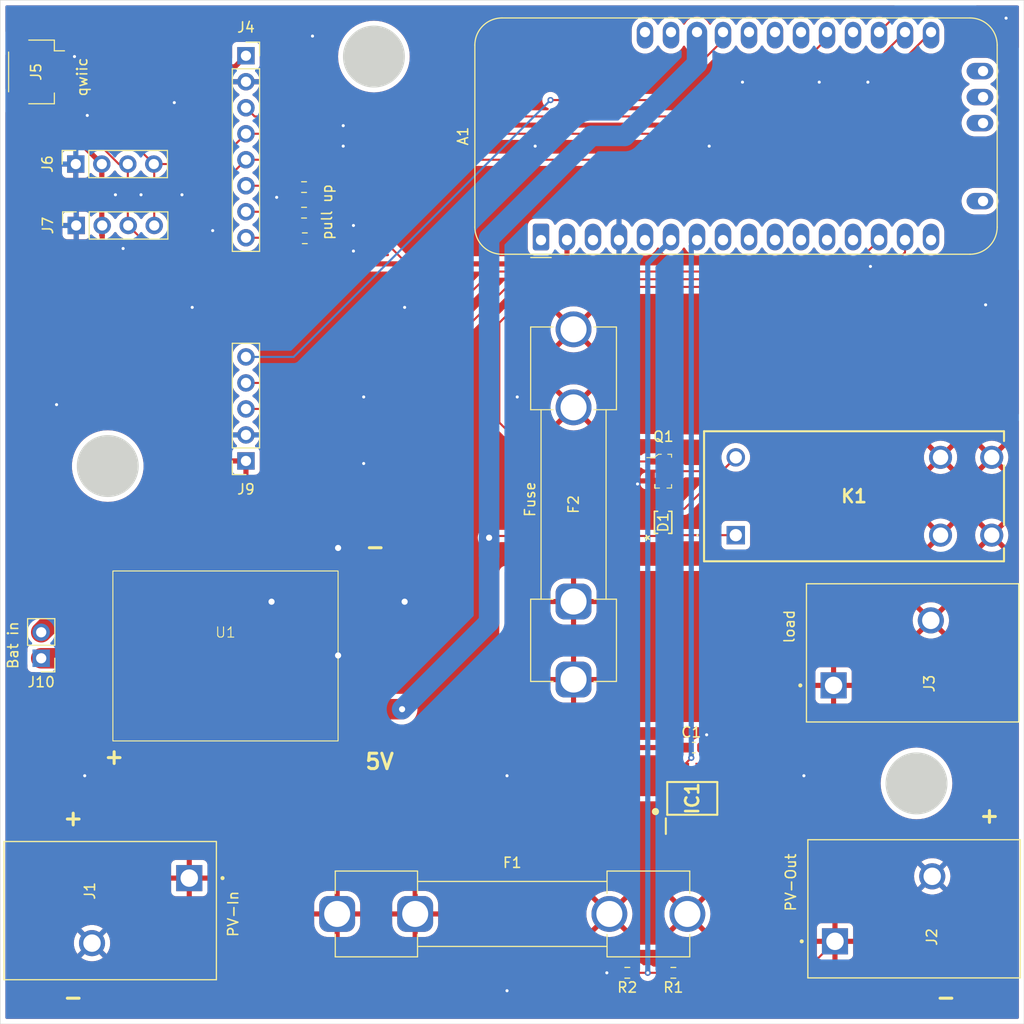
<source format=kicad_pcb>
(kicad_pcb (version 20240108) (generator "pcbnew") (generator_version "8.0")
  (layers (0 "F.Cu" signal) (31 "B.Cu" signal) (34 "B.Paste" user) (35 "F.Paste" user) (36 "B.SilkS" user "B.Silkscreen") (37 "F.SilkS" user "F.Silkscreen") (38 "B.Mask" user) (39 "F.Mask" user) (44 "Edge.Cuts" user))
  (net 0 "")
  (net 4 "/SDA")
  (net 5 "+5V")
  (net 7 "/PPS")
  (net 8 "GND")
  (net 11 "/TX")
  (net 16 "/RelaisPin")
  (net 17 "/SCL")
  (net 18 "/RX")
  (net 20 "/WP")
  (net 23 "/V_meter")
  (net 30 "/A_meter")
  (net 32 "Net-(D1-A)")
  (net 33 "/+ In")
  (net 34 "Net-(IC1-IP+_1)")
  (net 35 "Net-(K1-COM_1)")
  (net 37 "+3.3V")
  (net 38 "Net-(J3-Pin_2)")
  (net 39 "Net-(J10-Pin_2)")
  (net 40 "Net-(J10-Pin_1)")
  (net 41 "Net-(J4-Pin_6)")
  (net 42 "Net-(J4-Pin_7)")
  (net 43 "Net-(J4-Pin_8)")
  (net 44 "/+ Out")
  (net 45 "relais")
  (footprint "digikey-footprints:DCDC" (layer "F.Cu") (at 92.5 116.75)
    (property "Reference" "U1" (at 0 -2.5 0) (layer "F.SilkS") (effects (font (thickness 0.1))))
    (property "Value" "~" (hide yes))
    (fp_rect (start -11 -8.5) (end 11 8.1) (stroke (width 0.1)) (fill none) (layer "F.SilkS"))
    (pad "1" smd roundrect (at -11 -5.5) (size 8 6) (layers "F.Cu" "F.Paste" "F.Mask") (net 39 "Net-(J10-Pin_2)"))
    (pad "2" smd roundrect (at -11 5) (size 8 6) (layers "F.Cu" "F.Paste" "F.Mask") (net 40 "Net-(J10-Pin_1)"))
    (pad "3" smd roundrect (at 11 -5.5) (size 8 6) (layers "F.Cu" "F.Paste" "F.Mask") (net 8 "GND"))
    (pad "4" smd roundrect (at 11 5) (size 8 6) (layers "F.Cu" "F.Paste" "F.Mask") (net 5 "+5V"))
  )
  (footprint "Resistor_SMD:R_0603_1608Metric" (layer "F.Cu") (at 100.175 73.25)
    (property "Reference" "R4" (hide yes))
    (property "Value" "nc" (hide yes))
    (fp_line (start -0.237258 -0.5225) (end 0.237258 -0.5225) (stroke (width 0.12)) (layer "F.SilkS"))
    (fp_line (start -0.237258 0.5225) (end 0.237258 0.5225) (stroke (width 0.12)) (layer "F.SilkS"))
    (pad "1" smd roundrect (at -0.825 0) (size 0.8 0.95) (layers "F.Cu" "F.Paste" "F.Mask") (net 42 "Net-(J4-Pin_7)"))
    (pad "2" smd roundrect (at 0.825 0) (size 0.8 0.95) (layers "F.Cu" "F.Paste" "F.Mask") (net 37 "+3.3V"))
  )
  (footprint "digikey-footprints:DIODE_BAR6303WE6327HTSA1_INF" (layer "F.Cu") (at 135.25 103.5 90)
    (property "Reference" "D1" (at 0 0 90) (layer "F.SilkS"))
    (property "Value" "D" (hide yes))
    (fp_line (start 1.0795 -0.8509) (end -1.0795 -0.8509) (stroke (width 0.1524)) (layer "F.SilkS"))
    (fp_line (start -1.0795 -0.8509) (end -1.0795 -0.53594) (stroke (width 0.1524)) (layer "F.SilkS"))
    (fp_line (start 1.0795 -0.53594) (end 1.0795 -0.8509) (stroke (width 0.1524)) (layer "F.SilkS"))
    (fp_line (start -1.0795 0.53594) (end -1.0795 0.8509) (stroke (width 0.1524)) (layer "F.SilkS"))
    (fp_line (start 1.0795 0.8509) (end 1.0795 0.53594) (stroke (width 0.1524)) (layer "F.SilkS"))
    (fp_line (start -1.0795 0.8509) (end 1.0795 0.8509) (stroke (width 0.1524)) (layer "F.SilkS"))
    (fp_text user "*" (at -1.5 -1.25 90) (layer "F.SilkS"))
    (pad "1" smd rect (at -1.32905 0 90) (size 0.7531 0.4064) (layers "F.Cu" "F.Paste" "F.Mask") (net 5 "+5V"))
    (pad "2" smd rect (at 1.32905 0 90) (size 0.7531 0.4064) (layers "F.Cu" "F.Paste" "F.Mask") (net 32 "Net-(D1-A)"))
  )
  (footprint "digikey-footprints:SOT-23-3" (layer "F.Cu") (at 135.25 98.5)
    (property "Reference" "Q1" (at 0.025 -3.375 0) (layer "F.SilkS"))
    (property "Value" "2N7002" (hide yes))
    (fp_line (start -0.825 -1.375) (end -0.825 -1.325) (stroke (width 0.1)) (layer "F.SilkS"))
    (fp_line (start -0.825 -1.325) (end -1.6 -1.325) (stroke (width 0.1)) (layer "F.SilkS"))
    (fp_line (start -0.825 1.65) (end -0.825 1.3) (stroke (width 0.1)) (layer "F.SilkS"))
    (fp_line (start -0.45 -1.65) (end -0.825 -1.375) (stroke (width 0.1)) (layer "F.SilkS"))
    (fp_line (start -0.35 1.65) (end -0.825 1.65) (stroke (width 0.1)) (layer "F.SilkS"))
    (fp_line (start -0.175 -1.65) (end -0.45 -1.65) (stroke (width 0.1)) (layer "F.SilkS"))
    (fp_line (start 0.45 -1.65) (end 0.825 -1.65) (stroke (width 0.1)) (layer "F.SilkS"))
    (fp_line (start 0.825 -1.65) (end 0.825 -1.35) (stroke (width 0.1)) (layer "F.SilkS"))
    (fp_line (start 0.825 1.35) (end 0.825 1.65) (stroke (width 0.1)) (layer "F.SilkS"))
    (fp_line (start 0.825 1.425) (end 0.825 1.3) (stroke (width 0.1)) (layer "F.SilkS"))
    (fp_line (start 0.825 1.65) (end 0.375 1.65) (stroke (width 0.1)) (layer "F.SilkS"))
    (pad "1" smd rect (at -1.05 -0.95) (size 1.3 0.6) (layers "F.Cu" "F.Paste" "F.Mask") (net 16 "/RelaisPin"))
    (pad "2" smd rect (at -1.05 0.95) (size 1.3 0.6) (layers "F.Cu" "F.Paste" "F.Mask") (net 8 "GND"))
    (pad "3" smd rect (at 1.05 0) (size 1.3 0.6) (layers "F.Cu" "F.Paste" "F.Mask") (net 32 "Net-(D1-A)"))
  )
  (footprint "SamacSys_Parts:SOIC127P600X172-8N" (layer "F.Cu") (at 138.095 130.462 90)
    (property "Reference" "IC1" (at 0 0 90) (layer "F.SilkS") (effects (font (size 1.27 1.27) (thickness 0.254))))
    (property "Value" "CT426-HSN830DR" (hide yes))
    (fp_line (start -3.475 -2.58) (end -1.95 -2.58) (stroke (width 0.2)) (layer "F.SilkS"))
    (fp_line (start 1.6 -2.445) (end 1.6 2.445) (stroke (width 0.2)) (layer "F.SilkS"))
    (fp_line (start -1.6 -2.445) (end 1.6 -2.445) (stroke (width 0.2)) (layer "F.SilkS"))
    (fp_line (start 1.6 2.445) (end -1.6 2.445) (stroke (width 0.2)) (layer "F.SilkS"))
    (fp_line (start -1.6 2.445) (end -1.6 -2.445) (stroke (width 0.2)) (layer "F.SilkS"))
    (pad "1" smd rect (at -2.712 -1.905 180) (size 0.65 1.525) (layers "F.Cu" "F.Paste" "F.Mask") (net 34 "Net-(IC1-IP+_1)"))
    (pad "2" smd rect (at -2.712 -0.635 180) (size 0.65 1.525) (layers "F.Cu" "F.Paste" "F.Mask") (net 34 "Net-(IC1-IP+_1)"))
    (pad "3" smd rect (at -2.712 0.635 180) (size 0.65 1.525) (layers "F.Cu" "F.Paste" "F.Mask") (net 44 "/+ Out"))
    (pad "4" smd rect (at -2.712 1.905 180) (size 0.65 1.525) (layers "F.Cu" "F.Paste" "F.Mask") (net 44 "/+ Out"))
    (pad "5" smd rect (at 2.712 1.905 180) (size 0.65 1.525) (layers "F.Cu" "F.Paste" "F.Mask") (net 8 "GND"))
    (pad "6" smd rect (at 2.712 0.635 180) (size 0.65 1.525) (layers "F.Cu" "F.Paste" "F.Mask"))
    (pad "7" smd rect (at 2.712 -0.635 180) (size 0.65 1.525) (layers "F.Cu" "F.Paste" "F.Mask") (net 30 "/A_meter"))
    (pad "8" smd rect (at 2.712 -1.905 180) (size 0.65 1.525) (layers "F.Cu" "F.Paste" "F.Mask") (net 37 "+3.3V"))
  )
  (footprint "Capacitor_SMD:C_0603_1608Metric" (layer "F.Cu") (at 138.25 125.5 180)
    (property "Reference" "C1" (at 0.25 1.5 180) (layer "F.SilkS"))
    (property "Value" "1uF" (hide yes))
    (fp_line (start -0.14058 0.51) (end 0.14058 0.51) (stroke (width 0.12)) (layer "F.SilkS"))
    (fp_line (start -0.14058 -0.51) (end 0.14058 -0.51) (stroke (width 0.12)) (layer "F.SilkS"))
    (pad "1" smd roundrect (at -0.775 0 180) (size 0.9 0.95) (layers "F.Cu" "F.Paste" "F.Mask") (net 8 "GND"))
    (pad "2" smd roundrect (at 0.775 0 180) (size 0.9 0.95) (layers "F.Cu" "F.Paste" "F.Mask") (net 37 "+3.3V"))
  )
  (footprint "Fuse:Fuseholder_Clip-6.3x32mm_Littelfuse_102_Inline_P34.21x7.62mm_D2.54mm_Horizontal" (layer "F.Cu") (at 103.41 141.75)
    (property "Reference" "F1" (at 17.1 -5 0) (layer "F.SilkS"))
    (property "Value" "Fuse")
    (fp_line (start -0.185 -4.19) (end -0.185 -2) (stroke (width 0.12)) (layer "F.SilkS"))
    (fp_line (start -0.185 4.19) (end -0.185 2) (stroke (width 0.12)) (layer "F.SilkS"))
    (fp_line (start 7.85 -4.19) (end -0.185 -4.19) (stroke (width 0.12)) (layer "F.SilkS"))
    (fp_line (start 7.85 -4.19) (end 7.85 -2) (stroke (width 0.12)) (layer "F.SilkS"))
    (fp_line (start 7.85 4.19) (end -0.185 4.19) (stroke (width 0.12)) (layer "F.SilkS"))
    (fp_line (start 7.85 4.19) (end 7.85 2) (stroke (width 0.12)) (layer "F.SilkS"))
    (fp_line (start 26.36 -4.19) (end 26.36 -2) (stroke (width 0.12)) (layer "F.SilkS"))
    (fp_line (start 26.36 -3.175) (end 7.85 -3.175) (stroke (width 0.12)) (layer "F.SilkS"))
    (fp_line (start 26.36 3.175) (end 7.85 3.175) (stroke (width 0.12)) (layer "F.SilkS"))
    (fp_line (start 26.36 4.19) (end 26.36 2) (stroke (width 0.12)) (layer "F.SilkS"))
    (fp_line (start 26.36 4.19) (end 34.44 4.19) (stroke (width 0.12)) (layer "F.SilkS"))
    (fp_line (start 34.44 -4.19) (end 26.36 -4.19) (stroke (width 0.12)) (layer "F.SilkS"))
    (fp_line (start 34.44 -2) (end 34.44 -4.19) (stroke (width 0.12)) (layer "F.SilkS"))
    (fp_line (start 34.44 2) (end 34.44 4.19) (stroke (width 0.12)) (layer "F.SilkS"))
    (pad "1" thru_hole roundrect (at 0 0) (size 3.5 3.5) (drill 2.54) (layers "*.Cu" "*.Mask") (net 33 "/+ In"))
    (pad "1" thru_hole roundrect (at 7.62 0) (size 3.5 3.5) (drill 2.54) (layers "*.Cu" "*.Mask") (net 33 "/+ In"))
    (pad "2" thru_hole circle (at 26.59 0) (size 3.5 3.5) (drill 2.54) (layers "*.Cu" "*.Mask") (net 34 "Net-(IC1-IP+_1)"))
    (pad "2" thru_hole circle (at 34.21 0) (size 3.5 3.5) (drill 2.54) (layers "*.Cu" "*.Mask") (net 34 "Net-(IC1-IP+_1)"))
  )
  (footprint "Connector_JST:JST_SH_SM04B-SRSS-TB_1x04-1MP_P1.00mm_Horizontal" (layer "F.Cu") (at 74 59.5 -90)
    (property "Reference" "J5" (at 0 0 90) (layer "F.SilkS"))
    (property "Value" "qwiic" (at 0.5 -4.5 90) (layer "F.SilkS"))
    (fp_line (start -1.94 2.685) (end 1.94 2.685) (stroke (width 0.12)) (layer "F.SilkS"))
    (fp_line (start -3.11 0.715) (end -3.11 -1.785) (stroke (width 0.12)) (layer "F.SilkS"))
    (fp_line (start 3.11 0.715) (end 3.11 -1.785) (stroke (width 0.12)) (layer "F.SilkS"))
    (fp_line (start -3.11 -1.785) (end -2.06 -1.785) (stroke (width 0.12)) (layer "F.SilkS"))
    (fp_line (start -2.06 -1.785) (end -2.06 -2.775) (stroke (width 0.12)) (layer "F.SilkS"))
    (fp_line (start 3.11 -1.785) (end 2.06 -1.785) (stroke (width 0.12)) (layer "F.SilkS"))
    (pad "1" smd roundrect (at -1.5 -2 270) (size 0.6 1.55) (layers "F.Cu" "F.Paste" "F.Mask") (net 8 "GND"))
    (pad "2" smd roundrect (at -0.5 -2 270) (size 0.6 1.55) (layers "F.Cu" "F.Paste" "F.Mask") (net 37 "+3.3V"))
    (pad "3" smd roundrect (at 0.5 -2 270) (size 0.6 1.55) (layers "F.Cu" "F.Paste" "F.Mask") (net 4 "/SDA"))
    (pad "4" smd roundrect (at 1.5 -2 270) (size 0.6 1.55) (layers "F.Cu" "F.Paste" "F.Mask") (net 17 "/SCL"))
    (pad "MP" smd roundrect (at -2.8 1.875 270) (size 1.2 1.8) (layers "F.Cu" "F.Paste" "F.Mask") (roundrect_rratio 0.208333))
    (pad "MP" smd roundrect (at 2.8 1.875 270) (size 1.2 1.8) (layers "F.Cu" "F.Paste" "F.Mask") (roundrect_rratio 0.208333))
  )
  (footprint "Connector_PinSocket_2.54mm:PinSocket_1x08_P2.54mm_Vertical" (layer "F.Cu") (at 94.5 57.92)
    (property "Reference" "J4" (at 0 -2.77 0) (layer "F.SilkS"))
    (property "Value" "FRAM")
    (fp_line (start -1.33 1.27) (end -1.33 19.11) (stroke (width 0.12)) (layer "F.SilkS"))
    (fp_line (start -1.33 1.27) (end 1.33 1.27) (stroke (width 0.12)) (layer "F.SilkS"))
    (fp_line (start -1.33 19.11) (end 1.33 19.11) (stroke (width 0.12)) (layer "F.SilkS"))
    (fp_line (start 0 -1.33) (end 1.33 -1.33) (stroke (width 0.12)) (layer "F.SilkS"))
    (fp_line (start 1.33 -1.33) (end 1.33 0) (stroke (width 0.12)) (layer "F.SilkS"))
    (fp_line (start 1.33 1.27) (end 1.33 19.11) (stroke (width 0.12)) (layer "F.SilkS"))
    (pad "1" thru_hole rect (at 0 0) (size 1.7 1.7) (drill 1) (layers "*.Cu" "*.Mask") (net 37 "+3.3V"))
    (pad "2" thru_hole oval (at 0 2.54) (size 1.7 1.7) (drill 1) (layers "*.Cu" "*.Mask") (net 8 "GND"))
    (pad "3" thru_hole oval (at 0 5.08) (size 1.7 1.7) (drill 1) (layers "*.Cu" "*.Mask") (net 20 "/WP"))
    (pad "4" thru_hole oval (at 0 7.62) (size 1.7 1.7) (drill 1) (layers "*.Cu" "*.Mask") (net 17 "/SCL"))
    (pad "5" thru_hole oval (at 0 10.16) (size 1.7 1.7) (drill 1) (layers "*.Cu" "*.Mask") (net 4 "/SDA"))
    (pad "6" thru_hole oval (at 0 12.7) (size 1.7 1.7) (drill 1) (layers "*.Cu" "*.Mask") (net 41 "Net-(J4-Pin_6)"))
    (pad "7" thru_hole oval (at 0 15.24) (size 1.7 1.7) (drill 1) (layers "*.Cu" "*.Mask") (net 42 "Net-(J4-Pin_7)"))
    (pad "8" thru_hole oval (at 0 17.78) (size 1.7 1.7) (drill 1) (layers "*.Cu" "*.Mask") (net 43 "Net-(J4-Pin_8)"))
  )
  (footprint "digikey-footprints:PHOENIX_1017521" (layer "F.Cu") (at 170.1375 148 90)
    (property "Reference" "J2" (at 4 -8.6375 90) (layer "F.SilkS"))
    (property "Value" "PV-Out" (at 9.325 -22.415 90) (layer "F.SilkS"))
    (fp_line (start 13.5 -20.75) (end 13.5 0) (stroke (width 0.127)) (layer "F.SilkS"))
    (fp_line (start 0 -20.75) (end 13.5 -20.75) (stroke (width 0.127)) (layer "F.SilkS"))
    (fp_line (start 13.5 0) (end 0 0) (stroke (width 0.127)) (layer "F.SilkS"))
    (fp_line (start 0 0) (end 0 -20.75) (stroke (width 0.127)) (layer "F.SilkS"))
    (fp_circle (center 3.575 -21.35) (end 3.675 -21.35) (stroke (width 0.2)) (fill none) (layer "F.SilkS"))
    (pad "1" thru_hole rect (at 3.575 -18.1 90) (size 2.55 2.55) (drill 1.7) (layers "*.Cu" "*.Mask") (net 44 "/+ Out"))
    (pad "2" thru_hole circle (at 9.925 -8.6 90) (size 2.55 2.55) (drill 1.7) (layers "*.Cu" "*.Mask") (net 8 "GND"))
  )
  (footprint "Resistor_SMD:R_0603_1608Metric" (layer "F.Cu") (at 136.25 147.5 180)
    (property "Reference" "R1" (at 0 -1.43 180) (layer "F.SilkS"))
    (property "Value" "100k" (hide yes))
    (fp_line (start -0.237258 0.5225) (end 0.237258 0.5225) (stroke (width 0.12)) (layer "F.SilkS"))
    (fp_line (start -0.237258 -0.5225) (end 0.237258 -0.5225) (stroke (width 0.12)) (layer "F.SilkS"))
    (pad "1" smd roundrect (at -0.825 0 180) (size 0.8 0.95) (layers "F.Cu" "F.Paste" "F.Mask") (net 44 "/+ Out"))
    (pad "2" smd roundrect (at 0.825 0 180) (size 0.8 0.95) (layers "F.Cu" "F.Paste" "F.Mask") (net 23 "/V_meter"))
  )
  (footprint "Fuse:Fuseholder_Clip-6.3x32mm_Littelfuse_102_Inline_P34.21x7.62mm_D2.54mm_Horizontal" (layer "F.Cu") (at 126.5 118.855 90)
    (property "Reference" "F2" (at 17.105 0 90) (layer "F.SilkS"))
    (property "Value" "Fuse" (at 17.605 -4.25 90) (layer "F.SilkS"))
    (fp_line (start 34.44 -4.19) (end 26.36 -4.19) (stroke (width 0.12)) (layer "F.SilkS"))
    (fp_line (start 26.36 -4.19) (end 26.36 -2) (stroke (width 0.12)) (layer "F.SilkS"))
    (fp_line (start 7.85 -4.19) (end -0.185 -4.19) (stroke (width 0.12)) (layer "F.SilkS"))
    (fp_line (start 7.85 -4.19) (end 7.85 -2) (stroke (width 0.12)) (layer "F.SilkS"))
    (fp_line (start -0.185 -4.19) (end -0.185 -2) (stroke (width 0.12)) (layer "F.SilkS"))
    (fp_line (start 26.36 -3.175) (end 7.85 -3.175) (stroke (width 0.12)) (layer "F.SilkS"))
    (fp_line (start 34.44 -2) (end 34.44 -4.19) (stroke (width 0.12)) (layer "F.SilkS"))
    (fp_line (start 34.44 2) (end 34.44 4.19) (stroke (width 0.12)) (layer "F.SilkS"))
    (fp_line (start 26.36 3.175) (end 7.85 3.175) (stroke (width 0.12)) (layer "F.SilkS"))
    (fp_line (start 26.36 4.19) (end 26.36 2) (stroke (width 0.12)) (layer "F.SilkS"))
    (fp_line (start 26.36 4.19) (end 34.44 4.19) (stroke (width 0.12)) (layer "F.SilkS"))
    (fp_line (start 7.85 4.19) (end 7.85 2) (stroke (width 0.12)) (layer "F.SilkS"))
    (fp_line (start 7.85 4.19) (end -0.185 4.19) (stroke (width 0.12)) (layer "F.SilkS"))
    (fp_line (start -0.185 4.19) (end -0.185 2) (stroke (width 0.12)) (layer "F.SilkS"))
    (pad "1" thru_hole roundrect (at 0 0 90) (size 3.5 3.5) (drill 2.54) (layers "*.Cu" "*.Mask") (net 45 "relais"))
    (pad "1" thru_hole roundrect (at 7.62 0 90) (size 3.5 3.5) (drill 2.54) (layers "*.Cu" "*.Mask") (net 45 "relais"))
    (pad "2" thru_hole circle (at 26.59 0 90) (size 3.5 3.5) (drill 2.54) (layers "*.Cu" "*.Mask") (net 35 "Net-(K1-COM_1)"))
    (pad "2" thru_hole circle (at 34.21 0 90) (size 3.5 3.5) (drill 2.54) (layers "*.Cu" "*.Mask") (net 35 "Net-(K1-COM_1)"))
  )
  (footprint "Resistor_SMD:R_0603_1608Metric" (layer "F.Cu") (at 100.175 70.75)
    (property "Reference" "R3" (hide yes))
    (property "Value" "nc" (hide yes))
    (fp_line (start -0.237258 -0.5225) (end 0.237258 -0.5225) (stroke (width 0.12)) (layer "F.SilkS"))
    (fp_line (start -0.237258 0.5225) (end 0.237258 0.5225) (stroke (width 0.12)) (layer "F.SilkS"))
    (pad "1" smd roundrect (at -0.825 0) (size 0.8 0.95) (layers "F.Cu" "F.Paste" "F.Mask") (net 41 "Net-(J4-Pin_6)"))
    (pad "2" smd roundrect (at 0.825 0) (size 0.8 0.95) (layers "F.Cu" "F.Paste" "F.Mask") (net 37 "+3.3V"))
  )
  (footprint "Connector_PinSocket_2.54mm:PinSocket_1x04_P2.54mm_Vertical" (layer "F.Cu") (at 77.88 68.5 90)
    (property "Reference" "J6" (at 0 -2.77 90) (layer "F.SilkS"))
    (property "Value" "Temp1")
    (fp_line (start 1.33 -1.33) (end 1.33 0) (stroke (width 0.12)) (layer "F.SilkS"))
    (fp_line (start 0 -1.33) (end 1.33 -1.33) (stroke (width 0.12)) (layer "F.SilkS"))
    (fp_line (start 1.33 1.27) (end 1.33 8.95) (stroke (width 0.12)) (layer "F.SilkS"))
    (fp_line (start -1.33 1.27) (end 1.33 1.27) (stroke (width 0.12)) (layer "F.SilkS"))
    (fp_line (start -1.33 1.27) (end -1.33 8.95) (stroke (width 0.12)) (layer "F.SilkS"))
    (fp_line (start -1.33 8.95) (end 1.33 8.95) (stroke (width 0.12)) (layer "F.SilkS"))
    (pad "1" thru_hole rect (at 0 0 90) (size 1.7 1.7) (drill 1) (layers "*.Cu" "*.Mask") (net 8 "GND"))
    (pad "2" thru_hole oval (at 0 2.54 90) (size 1.7 1.7) (drill 1) (layers "*.Cu" "*.Mask") (net 37 "+3.3V"))
    (pad "3" thru_hole oval (at 0 5.08 90) (size 1.7 1.7) (drill 1) (layers "*.Cu" "*.Mask") (net 4 "/SDA"))
    (pad "4" thru_hole oval (at 0 7.62 90) (size 1.7 1.7) (drill 1) (layers "*.Cu" "*.Mask") (net 17 "/SCL"))
  )
  (footprint "SamacSys_Parts:AZ5761A12DE" (layer "F.Cu") (at 142.34765 104.75)
    (property "Reference" "K1" (at 11.55 -3.8 0) (layer "F.SilkS") (effects (font (size 1.27 1.27) (thickness 0.254))))
    (property "Value" "AZ576-1A-12DE" (hide yes))
    (fp_line (start -3.8 0) (end -3.8 0) (stroke (width 0.1)) (layer "F.SilkS"))
    (fp_line (start -3.7 0) (end -3.7 0) (stroke (width 0.1)) (layer "F.SilkS"))
    (fp_line (start -3.1 -10.15) (end 26.2 -10.15) (stroke (width 0.2)) (layer "F.SilkS"))
    (fp_line (start -3.1 2.55) (end -3.1 -10.15) (stroke (width 0.2)) (layer "F.SilkS"))
    (fp_line (start 26.2 -10.15) (end 26.2 -9.197) (stroke (width 0.2)) (layer "F.SilkS"))
    (fp_line (start 26.2 -6.8) (end 26.2 -1) (stroke (width 0.2)) (layer "F.SilkS"))
    (fp_line (start 26.2 1.28) (end 26.2 2.55) (stroke (width 0.2)) (layer "F.SilkS"))
    (fp_line (start 26.2 2.55) (end -3.1 2.55) (stroke (width 0.2)) (layer "F.SilkS"))
    (fp_arc (start -3.8 0) (mid -3.75 -0.05) (end -3.7 0) (stroke (width 0.1)) (layer "F.SilkS"))
    (fp_arc (start -3.7 0) (mid -3.75 0.05) (end -3.8 0) (stroke (width 0.1)) (layer "F.SilkS"))
    (pad "1" thru_hole rect (at 0 0) (size 1.8 1.8) (drill 1.2) (layers "*.Cu" "*.Mask") (net 5 "+5V"))
    (pad "2" thru_hole circle (at 0 -7.6) (size 1.8 1.8) (drill 1.2) (layers "*.Cu" "*.Mask") (net 32 "Net-(D1-A)"))
    (pad "4" thru_hole circle (at 20 -7.6) (size 2.25 2.25) (drill 1.5) (layers "*.Cu" "*.Mask") (net 35 "Net-(K1-COM_1)"))
    (pad "5" thru_hole circle (at 25 -7.6) (size 2.25 2.25) (drill 1.5) (layers "*.Cu" "*.Mask") (net 38 "Net-(J3-Pin_2)"))
    (pad "7" thru_hole circle (at 20 0) (size 2.25 2.25) (drill 1.5) (layers "*.Cu" "*.Mask") (net 35 "Net-(K1-COM_1)"))
    (pad "8" thru_hole circle (at 25 0) (size 2.25 2.25) (drill 1.5) (layers "*.Cu" "*.Mask") (net 38 "Net-(J3-Pin_2)"))
  )
  (footprint "Connector_PinHeader_2.54mm:PinHeader_1x02_P2.54mm_Vertical" (layer "F.Cu") (at 74.5 116.775 180)
    (property "Reference" "J10" (at 0 -2.33 0) (layer "F.SilkS"))
    (property "Value" "Bat in" (at 2.75 1.275 90) (layer "F.SilkS"))
    (fp_line (start 1.33 1.27) (end 1.33 3.87) (stroke (width 0.12)) (layer "F.SilkS"))
    (fp_line (start -1.33 3.87) (end 1.33 3.87) (stroke (width 0.12)) (layer "F.SilkS"))
    (fp_line (start -1.33 1.27) (end 1.33 1.27) (stroke (width 0.12)) (layer "F.SilkS"))
    (fp_line (start -1.33 1.27) (end -1.33 3.87) (stroke (width 0.12)) (layer "F.SilkS"))
    (fp_line (start -1.33 0) (end -1.33 -1.33) (stroke (width 0.12)) (layer "F.SilkS"))
    (fp_line (start -1.33 -1.33) (end 0 -1.33) (stroke (width 0.12)) (layer "F.SilkS"))
    (pad "1" thru_hole rect (at 0 0 180) (size 1.7 1.7) (drill 1) (layers "*.Cu" "*.Mask") (net 40 "Net-(J10-Pin_1)"))
    (pad "2" thru_hole oval (at 0 2.54 180) (size 1.7 1.7) (drill 1) (layers "*.Cu" "*.Mask") (net 39 "Net-(J10-Pin_2)"))
  )
  (footprint "Resistor_SMD:R_0603_1608Metric" (layer "F.Cu") (at 131.75 147.5 180)
    (property "Reference" "R2" (at 0 -1.43 180) (layer "F.SilkS"))
    (property "Value" "8,33k" (hide yes))
    (fp_line (start -0.237258 0.5225) (end 0.237258 0.5225) (stroke (width 0.12)) (layer "F.SilkS"))
    (fp_line (start -0.237258 -0.5225) (end 0.237258 -0.5225) (stroke (width 0.12)) (layer "F.SilkS"))
    (pad "1" smd roundrect (at -0.825 0 180) (size 0.8 0.95) (layers "F.Cu" "F.Paste" "F.Mask") (net 23 "/V_meter"))
    (pad "2" smd roundrect (at 0.825 0 180) (size 0.8 0.95) (layers "F.Cu" "F.Paste" "F.Mask") (net 8 "GND"))
  )
  (footprint "digikey-footprints:PHOENIX_1017521" (layer "F.Cu") (at 170 123 90)
    (property "Reference" "J3" (at 3.75 -8.75 90) (layer "F.SilkS"))
    (property "Value" "load" (at 9.325 -22.415 90) (layer "F.SilkS"))
    (fp_line (start 13.5 -20.75) (end 13.5 0) (stroke (width 0.127)) (layer "F.SilkS"))
    (fp_line (start 0 -20.75) (end 13.5 -20.75) (stroke (width 0.127)) (layer "F.SilkS"))
    (fp_line (start 13.5 0) (end 0 0) (stroke (width 0.127)) (layer "F.SilkS"))
    (fp_line (start 0 0) (end 0 -20.75) (stroke (width 0.127)) (layer "F.SilkS"))
    (fp_circle (center 3.575 -21.35) (end 3.675 -21.35) (stroke (width 0.2)) (fill none) (layer "F.SilkS"))
    (pad "1" thru_hole rect (at 3.575 -18.1 90) (size 2.55 2.55) (drill 1.7) (layers "*.Cu" "*.Mask") (net 45 "relais"))
    (pad "2" thru_hole circle (at 9.925 -8.6 90) (size 2.55 2.55) (drill 1.7) (layers "*.Cu" "*.Mask") (net 38 "Net-(J3-Pin_2)"))
  )
  (footprint "Connector_PinSocket_2.54mm:PinSocket_1x04_P2.54mm_Vertical" (layer "F.Cu") (at 77.92 74.5 90)
    (property "Reference" "J7" (at 0 -2.77 90) (layer "F.SilkS"))
    (property "Value" "Temp2")
    (fp_line (start 1.33 -1.33) (end 1.33 0) (stroke (width 0.12)) (layer "F.SilkS"))
    (fp_line (start 0 -1.33) (end 1.33 -1.33) (stroke (width 0.12)) (layer "F.SilkS"))
    (fp_line (start 1.33 1.27) (end 1.33 8.95) (stroke (width 0.12)) (layer "F.SilkS"))
    (fp_line (start -1.33 1.27) (end 1.33 1.27) (stroke (width 0.12)) (layer "F.SilkS"))
    (fp_line (start -1.33 1.27) (end -1.33 8.95) (stroke (width 0.12)) (layer "F.SilkS"))
    (fp_line (start -1.33 8.95) (end 1.33 8.95) (stroke (width 0.12)) (layer "F.SilkS"))
    (pad "1" thru_hole rect (at 0 0 90) (size 1.7 1.7) (drill 1) (layers "*.Cu" "*.Mask") (net 8 "GND"))
    (pad "2" thru_hole oval (at 0 2.54 90) (size 1.7 1.7) (drill 1) (layers "*.Cu" "*.Mask") (net 37 "+3.3V"))
    (pad "3" thru_hole oval (at 0 5.08 90) (size 1.7 1.7) (drill 1) (layers "*.Cu" "*.Mask") (net 4 "/SDA"))
    (pad "4" thru_hole oval (at 0 7.62 90) (size 1.7 1.7) (drill 1) (layers "*.Cu" "*.Mask") (net 17 "/SCL"))
  )
  (footprint "Resistor_SMD:R_0603_1608Metric" (layer "F.Cu") (at 100.25 75.75)
    (property "Reference" "R5" (hide yes))
    (property "Value" "nc" (hide yes))
    (fp_line (start -0.237258 -0.5225) (end 0.237258 -0.5225) (stroke (width 0.12)) (layer "F.SilkS"))
    (fp_line (start -0.237258 0.5225) (end 0.237258 0.5225) (stroke (width 0.12)) (layer "F.SilkS"))
    (pad "1" smd roundrect (at -0.825 0) (size 0.8 0.95) (layers "F.Cu" "F.Paste" "F.Mask") (net 43 "Net-(J4-Pin_8)"))
    (pad "2" smd roundrect (at 0.825 0) (size 0.8 0.95) (layers "F.Cu" "F.Paste" "F.Mask") (net 37 "+3.3V"))
  )
  (footprint "Module:Adafruit_Feather_M0_RFM" (layer "F.Cu") (at 123.32 75.93 90)
    (property "Reference" "A1" (at 10.16 -7.62 90) (layer "F.SilkS"))
    (property "Value" "Adafruit_Feather_M0_RFM9x_LoRa_Radio" (hide yes))
    (fp_line (start 19.05 -6.46) (end 1.27 -6.46) (stroke (width 0.12)) (layer "F.SilkS"))
    (fp_line (start 21.7 -3.81) (end 21.7 41.91) (stroke (width 0.12)) (layer "F.SilkS"))
    (fp_line (start -1.38 -3.81) (end -1.38 41.91) (stroke (width 0.12)) (layer "F.SilkS"))
    (fp_line (start -1.7 1) (end -1.7 -1) (stroke (width 0.12)) (layer "F.SilkS"))
    (fp_line (start 19.05 44.56) (end 1.27 44.56) (stroke (width 0.12)) (layer "F.SilkS"))
    (fp_arc (start 19.05 -6.46) (mid 20.923833 -5.683833) (end 21.7 -3.81) (stroke (width 0.12)) (layer "F.SilkS"))
    (fp_arc (start -1.38 -3.81) (mid -0.603833 -5.683833) (end 1.27 -6.46) (stroke (width 0.12)) (layer "F.SilkS"))
    (fp_arc (start 21.7 41.91) (mid 20.923833 43.783833) (end 19.05 44.56) (stroke (width 0.12)) (layer "F.SilkS"))
    (fp_arc (start 1.27 44.56) (mid -0.603833 43.783833) (end -1.38 41.91) (stroke (width 0.12)) (layer "F.SilkS"))
    (pad "1" thru_hole roundrect (at 0 0 90) (size 2.6 1.6) (drill 1 (offset 0.3 0)) (layers "*.Cu" "*.Mask") (roundrect_rratio 0.15625))
    (pad "2" thru_hole oval (at 0 2.54 90) (size 2.6 1.6) (drill 1 (offset 0.3 0)) (layers "*.Cu" "*.Mask") (net 37 "+3.3V"))
    (pad "3" thru_hole oval (at 0 5.08 90) (size 2.6 1.6) (drill 1 (offset 0.3 0)) (layers "*.Cu" "*.Mask"))
    (pad "4" thru_hole oval (at 0 7.62 90) (size 2.6 1.6) (drill 1 (offset 0.3 0)) (layers "*.Cu" "*.Mask") (net 8 "GND"))
    (pad "5" thru_hole oval (at 0 10.16 90) (size 2.6 1.6) (drill 1 (offset 0.3 0)) (layers "*.Cu" "*.Mask"))
    (pad "6" thru_hole oval (at 0 12.7 90) (size 2.6 1.6) (drill 1 (offset 0.3 0)) (layers "*.Cu" "*.Mask") (net 23 "/V_meter"))
    (pad "7" thru_hole oval (at 0 15.24 90) (size 2.6 1.6) (drill 1 (offset 0.3 0)) (layers "*.Cu" "*.Mask") (net 30 "/A_meter"))
    (pad "8" thru_hole oval (at 0 17.78 90) (size 2.6 1.6) (drill 1 (offset 0.3 0)) (layers "*.Cu" "*.Mask"))
    (pad "9" thru_hole oval (at 0 20.32 90) (size 2.6 1.6) (drill 1 (offset 0.3 0)) (layers "*.Cu" "*.Mask"))
    (pad "10" thru_hole oval (at 0 22.86 90) (size 2.6 1.6) (drill 1 (offset 0.3 0)) (layers "*.Cu" "*.Mask"))
    (pad "11" thru_hole oval (at 0 25.4 90) (size 2.6 1.6) (drill 1 (offset 0.3 0)) (layers "*.Cu" "*.Mask"))
    (pad "12" thru_hole oval (at 0 27.94 90) (size 2.6 1.6) (drill 1 (offset 0.3 0)) (layers "*.Cu" "*.Mask"))
    (pad "13" thru_hole oval (at 0 30.48 90) (size 2.6 1.6) (drill 1 (offset 0.3 0)) (layers "*.Cu" "*.Mask"))
    (pad "14" thru_hole oval (at 0 33.02 90) (size 2.6 1.6) (drill 1 (offset 0.3 0)) (layers "*.Cu" "*.Mask") (net 11 "/TX"))
    (pad "15" thru_hole oval (at 0 35.56 90) (size 2.6 1.6) (drill 1 (offset 0.3 0)) (layers "*.Cu" "*.Mask") (net 18 "/RX"))
    (pad "16" thru_hole oval (at 0 38.1 90) (size 2.6 1.6) (drill 1 (offset 0.3 0)) (layers "*.Cu" "*.Mask"))
    (pad "17" thru_hole oval (at 20.32 38.1 270) (size 2.6 1.6) (drill 1 (offset 0.3 0)) (layers "*.Cu" "*.Mask") (net 4 "/SDA"))
    (pad "18" thru_hole oval (at 20.32 35.56 270) (size 2.6 1.6) (drill 1 (offset 0.3 0)) (layers "*.Cu" "*.Mask") (net 17 "/SCL"))
    (pad "19" thru_hole oval (at 20.32 33.02 270) (size 2.6 1.6) (drill 1 (offset 0.3 0)) (layers "*.Cu" "*.Mask") (net 16 "/RelaisPin"))
    (pad "20" thru_hole oval (at 20.32 30.48 270) (size 2.6 1.6) (drill 1 (offset 0.3 0)) (layers "*.Cu" "*.Mask"))
    (pad "21" thru_hole oval (at 20.32 27.94 270) (size 2.6 1.6) (drill 1 (offset 0.3 0)) (layers "*.Cu" "*.Mask") (net 20 "/WP"))
    (pad "22" thru_hole oval (at 20.32 25.4 270) (size 2.6 1.6) (drill 1 (offset 0.3 0)) (layers "*.Cu" "*.Mask"))
    (pad "23" thru_hole oval (at 20.32 22.86 270) (size 2.6 1.6) (drill 1 (offset 0.3 0)) (layers "*.Cu" "*.Mask"))
    (pad "24" thru_hole oval (at 20.32 20.32 270) (size 2.6 1.6) (drill 1 (offset 0.3 0)) (layers "*.Cu" "*.Mask"))
    (pad "25" thru_hole oval (at 20.32 17.78 270) (size 2.6 1.6) (drill 1 (offset 0.3 0)) (layers "*.Cu" "*.Mask") (net 7 "/PPS"))
    (pad "26" thru_hole oval (at 20.32 15.24 270) (size 2.6 1.6) (drill 1 (offset 0.3 0)) (layers "*.Cu" "*.Mask") (net 5 "+5V"))
    (pad "27" thru_hole oval (at 20.32 12.7 270) (size 2.6 1.6) (drill 1 (offset 0.3 0)) (layers "*.Cu" "*.Mask"))
    (pad "28" thru_hole oval (at 20.32 10.16 270) (size 2.6 1.6) (drill 1 (offset 0.3 0)) (layers "*.Cu" "*.Mask"))
    (pad "29" thru_hole oval (at 3.81 43.18 180) (size 2.6 1.6) (drill 1 (offset 0.3 0)) (layers "*.Cu" "*.Mask"))
    (pad "30" thru_hole oval (at 11.43 43.18 180) (size 2.6 1.6) (drill 1 (offset 0.3 0)) (layers "*.Cu" "*.Mask"))
    (pad "31" thru_hole oval (at 13.97 43.18 180) (size 2.6 1.6) (drill 1 (offset 0.3 0)) (layers "*.Cu" "*.Mask"))
    (pad "32" thru_hole oval (at 16.51 43.18 180) (size 2.6 1.6) (drill 1 (offset 0.3 0)) (layers "*.Cu" "*.Mask"))
  )
  (footprint "digikey-footprints:PHOENIX_1017521" (layer "F.Cu") (at 70.8625 134.675 -90)
    (property "Reference" "J1" (at 4.825 -8.3875 90) (layer "F.SilkS"))
    (property "Value" "PV-In" (at 7.075 -22.3875 90) (layer "F.SilkS"))
    (fp_line (start 0 0) (end 0 -20.75) (stroke (width 0.127)) (layer "F.SilkS"))
    (fp_line (start 13.5 0) (end 0 0) (stroke (width 0.127)) (layer "F.SilkS"))
    (fp_line (start 0 -20.75) (end 13.5 -20.75) (stroke (width 0.127)) (layer "F.SilkS"))
    (fp_line (start 13.5 -20.75) (end 13.5 0) (stroke (width 0.127)) (layer "F.SilkS"))
    (fp_circle (center 3.575 -21.35) (end 3.675 -21.35) (stroke (width 0.2)) (fill none) (layer "F.SilkS"))
    (pad "1" thru_hole rect (at 3.575 -18.1 270) (size 2.55 2.55) (drill 1.7) (layers "*.Cu" "*.Mask") (net 33 "/+ In"))
    (pad "2" thru_hole circle (at 9.925 -8.6 270) (size 2.55 2.55) (drill 1.7) (layers "*.Cu" "*.Mask") (net 8 "GND"))
  )
  (footprint "Connector_PinSocket_2.54mm:PinSocket_1x05_P2.54mm_Vertical" (layer "F.Cu") (at 94.5 97.5 180)
    (property "Reference" "J9" (at 0 -2.77 0) (layer "F.SilkS"))
    (property "Value" "GPS")
    (fp_line (start 1.33 1.27) (end 1.33 11.49) (stroke (width 0.12)) (layer "F.SilkS"))
    (fp_line (start 1.33 -1.33) (end 1.33 0) (stroke (width 0.12)) (layer "F.SilkS"))
    (fp_line (start 0 -1.33) (end 1.33 -1.33) (stroke (width 0.12)) (layer "F.SilkS"))
    (fp_line (start -1.33 11.49) (end 1.33 11.49) (stroke (width 0.12)) (layer "F.SilkS"))
    (fp_line (start -1.33 1.27) (end 1.33 1.27) (stroke (width 0.12)) (layer "F.SilkS"))
    (fp_line (start -1.33 1.27) (end -1.33 11.49) (stroke (width 0.12)) (layer "F.SilkS"))
    (pad "1" thru_hole rect (at 0 0 180) (size 1.7 1.7) (drill 1) (layers "*.Cu" "*.Mask") (net 37 "+3.3V"))
    (pad "2" thru_hole oval (at 0 2.54 180) (size 1.7 1.7) (drill 1) (layers "*.Cu" "*.Mask") (net 8 "GND"))
    (pad "3" thru_hole oval (at 0 5.08 180) (size 1.7 1.7) (drill 1) (layers "*.Cu" "*.Mask") (net 18 "/RX"))
    (pad "4" thru_hole oval (at 0 7.62 180) (size 1.7 1.7) (drill 1) (layers "*.Cu" "*.Mask") (net 11 "/TX"))
    (pad "5" thru_hole oval (at 0 10.16 180) (size 1.7 1.7) (drill 1) (layers "*.Cu" "*.Mask") (net 7 "/PPS"))
  )
  (gr_circle (center 134.5 131.75) (end 134.75 131.75) (stroke (width 0.2)) (fill solid) (layer "F.SilkS"))
  (gr_circle (center 107 58) (end 110 58) (stroke (width 0.05)) (fill solid) (layer "Edge.Cuts"))
  (gr_circle (center 160 129) (end 163 129) (stroke (width 0.05)) (fill solid) (layer "Edge.Cuts"))
  (gr_circle (center 81 98) (end 84 98) (stroke (width 0.05)) (fill solid) (layer "Edge.Cuts"))
  (gr_rect (start 70.5 52.5) (end 170.5 152.5) (stroke (width 0.05)) (fill none) (layer "Edge.Cuts"))
  (gr_text "-" (at 81.5 106.5 0) (layer "F.Cu") (effects (font (size 1.5 1.5) (thickness 0.3) (bold yes)) (justify left bottom)))
  (gr_text "-" (at 161.75 150.75 0) (layer "F.SilkS") (effects (font (size 1.5 1.5) (thickness 0.3) (bold yes)) (justify left bottom)))
  (gr_text "-" (at 76.5 150.75 0) (layer "F.SilkS") (effects (font (size 1.5 1.5) (thickness 0.3) (bold yes)) (justify left bottom)))
  (gr_text "pull up" (at 103 76 90) (layer "F.SilkS") (effects (font (size 1 1)) (justify left bottom)))
  (gr_text "+" (at 80.5 127.25 0) (layer "F.SilkS") (effects (font (size 1.5 1.5) (thickness 0.3) (bold yes)) (justify left bottom)))
  (gr_text "+" (at 166 133 0) (layer "F.SilkS") (effects (font (size 1.5 1.5) (thickness 0.3) (bold yes)) (justify left bottom)))
  (gr_text "-" (at 106 106.75 0) (layer "F.SilkS") (effects (font (size 1.5 1.5) (thickness 0.3) (bold yes)) (justify left bottom)))
  (gr_text "5V" (at 106 127.75 0) (layer "F.SilkS") (effects (font (size 1.5 1.5) (thickness 0.3) (bold yes)) (justify left bottom)))
  (gr_text "+" (at 76.5 133.25 0) (layer "F.SilkS") (effects (font (size 1.5 1.5) (thickness 0.3) (bold yes)) (justify left bottom)))
  (segment (start 82.96 68.5) (end 82.96 74.46) (width 0.2) (layer "F.Cu") (net 4))
  (segment (start 75.25 60) (end 76 60) (width 0.2) (layer "F.Cu") (net 4))
  (segment (start 82.96 74.46) (end 83 74.5) (width 0.2) (layer "F.Cu") (net 4))
  (segment (start 82.084448 68.5) (end 74.75 61.165552) (width 0.2) (layer "F.Cu") (net 4))
  (segment (start 74.75 60.5) (end 75.25 60) (width 0.2) (layer "F.Cu") (net 4))
  (segment (start 94.5 68.08) (end 148.95 68.08) (width 0.2) (layer "F.Cu") (net 4))
  (segment (start 148.95 68.08) (end 161.42 55.61) (width 0.2) (layer "F.Cu") (net 4))
  (segment (start 83 74.5) (end 85 76.5) (width 0.2) (layer "F.Cu") (net 4))
  (segment (start 82.96 68.5) (end 82.084448 68.5) (width 0.2) (layer "F.Cu") (net 4))
  (segment (start 74.75 61.165552) (end 74.75 60.5) (width 0.2) (layer "F.Cu") (net 4))
  (segment (start 85 76.5) (end 86.08 76.5) (width 0.2) (layer "F.Cu") (net 4))
  (segment (start 94.5 68.08) (end 86.08 76.5) (width 0.2) (layer "F.Cu") (net 4))
  (segment (start 118.42095 104.82905) (end 118.25 105) (width 0.2) (layer "F.Cu") (net 5))
  (segment (start 103.5 121.75) (end 109.75 121.75) (width 2) (layer "F.Cu") (net 5))
  (segment (start 135.25 104.82905) (end 118.42095 104.82905) (width 0.2) (layer "F.Cu") (net 5))
  (segment (start 135.32905 104.75) (end 142.34765 104.75) (width 0.2) (layer "F.Cu") (net 5))
  (segment (start 135.32905 104.75) (end 135.25 104.82905) (width 0.2) (layer "F.Cu") (net 5))
  (via (at 109.75 121.75) (size 1.2) (drill 0.6) (layers "F.Cu" "B.Cu") (net 5))
  (via (at 118.25 105) (size 1.2) (drill 0.6) (layers "F.Cu" "B.Cu") (net 5))
  (segment (start 138.56 58.69) (end 138.56 55.61) (width 2) (layer "B.Cu") (net 5))
  (segment (start 118.25 75.75) (end 128.25 65.75) (width 2) (layer "B.Cu") (net 5))
  (segment (start 131.5 65.75) (end 138.56 58.69) (width 2) (layer "B.Cu") (net 5))
  (segment (start 128.25 65.75) (end 131.5 65.75) (width 2) (layer "B.Cu") (net 5))
  (segment (start 118.25 106.75) (end 118.25 75.75) (width 2) (layer "B.Cu") (net 5))
  (segment (start 118.25 106.75) (end 118.25 113.25) (width 2) (layer "B.Cu") (net 5))
  (segment (start 118.25 105) (end 118.25 106.75) (width 2) (layer "B.Cu") (net 5))
  (segment (start 118.25 113.25) (end 109.75 121.75) (width 2) (layer "B.Cu") (net 5))
  (segment (start 141.1 56.4) (end 141.1 55.61) (width 0.2) (layer "F.Cu") (net 7))
  (segment (start 124.25 62.25) (end 135.25 62.25) (width 0.2) (layer "F.Cu") (net 7))
  (segment (start 135.25 62.25) (end 141.1 56.4) (width 0.2) (layer "F.Cu") (net 7))
  (via (at 124.25 62.25) (size 0.6) (drill 0.3) (layers "F.Cu" "B.Cu") (net 7))
  (segment (start 99.16 87.34) (end 94.5 87.34) (width 0.2) (layer "B.Cu") (net 7))
  (segment (start 124.25 62.25) (end 99.16 87.34) (width 0.2) (layer "B.Cu") (net 7))
  (segment (start 134.2 99.45) (end 133.05 99.45) (width 0.2) (layer "F.Cu") (net 8))
  (segment (start 139.025 125.5) (end 139.025 124.725) (width 0.5) (layer "F.Cu") (net 8))
  (segment (start 139.025 124.725) (end 139.5 124.25) (width 0.5) (layer "F.Cu") (net 8))
  (segment (start 76 58) (end 77.75 58) (width 0.2) (layer "F.Cu") (net 8))
  (segment (start 140 127.75) (end 140 126.475) (width 0.2) (layer "F.Cu") (net 8))
  (segment (start 130.925 147.5) (end 129.75 147.5) (width 0.2) (layer "F.Cu") (net 8))
  (segment (start 140 126.475) (end 139.025 125.5) (width 0.2) (layer "F.Cu") (net 8))
  (segment (start 133.05 99.45) (end 132.75 99.75) (width 0.2) (layer "F.Cu") (net 8))
  (via (at 81.75 71.5) (size 0.6) (drill 0.3) (layers "F.Cu" "B.Cu") (net 8))
  (via (at 104 64.75) (size 0.6) (drill 0.3) (layers "F.Cu" "B.Cu") (net 8))
  (via (at 139.5 124.25) (size 0.6) (drill 0.3) (layers "F.Cu" "B.Cu") (net 8))
  (via (at 89.25 82.5) (size 0.6) (drill 0.3) (layers "F.Cu" "B.Cu") (net 8))
  (via (at 79 63.75) (size 0.6) (drill 0.3) (layers "F.Cu" "B.Cu") (net 8))
  (via (at 87.5 62.5) (size 0.6) (drill 0.3) (layers "F.Cu" "B.Cu") (net 8))
  (via (at 103.5 106) (size 1.2) (drill 0.6) (layers "F.Cu" "B.Cu") (net 8))
  (via (at 104 66.75) (size 0.6) (drill 0.3) (layers "F.Cu" "B.Cu") (net 8))
  (via (at 106 91.25) (size 0.6) (drill 0.3) (layers "F.Cu" "B.Cu") (net 8))
  (via (at 120 128.25) (size 0.6) (drill 0.3) (layers "F.Cu" "B.Cu") (net 8))
  (via (at 110 82.5) (size 0.6) (drill 0.3) (layers "F.Cu" "B.Cu") (net 8))
  (via (at 101 56) (size 0.6) (drill 0.3) (layers "F.Cu" "B.Cu") (net 8))
  (via (at 77.75 58) (size 0.6) (drill 0.3) (layers "F.Cu" "B.Cu") (net 8))
  (via (at 166.75 82.25) (size 0.6) (drill 0.3) (layers "F.Cu" "B.Cu") (net 8))
  (via (at 143 60.5) (size 0.6) (drill 0.3) (layers "F.Cu" "B.Cu") (net 8))
  (via (at 139.75 66.75) (size 0.6) (drill 0.3) (layers "F.Cu" "B.Cu") (net 8))
  (via (at 78.75 128.25) (size 0.6) (drill 0.3) (layers "F.Cu" "B.Cu") (net 8))
  (via (at 132.75 99.75) (size 0.6) (drill 0.3) (layers "F.Cu" "B.Cu") (net 8))
  (via (at 121 91.25) (size 0.6) (drill 0.3) (layers "F.Cu" "B.Cu") (net 8))
  (via (at 149 128.25) (size 0.6) (drill 0.3) (layers "F.Cu" "B.Cu") (net 8))
  (via (at 103.5 116.5) (size 1.2) (drill 0.6) (layers "F.Cu" "B.Cu") (net 8))
  (via (at 155.25 60.5) (size 0.6) (drill 0.3) (layers "F.Cu" "B.Cu") (net 8))
  (via (at 97 111.25) (size 1.2) (drill 0.6) (layers "F.Cu" "B.Cu") (net 8))
  (via (at 106 97.75) (size 0.6) (drill 0.3) (layers "F.Cu" "B.Cu") (net 8))
  (via (at 122.75 66.75) (size 0.6) (drill 0.3) (layers "F.Cu" "B.Cu") (net 8))
  (via (at 84.25 71.5) (size 0.6) (drill 0.3) (layers "F.Cu" "B.Cu") (net 8))
  (via (at 88.25 71.5) (size 0.6) (drill 0.3) (layers "F.Cu" "B.Cu") (net 8))
  (via (at 97.5 71.75) (size 0.6) (drill 0.3) (layers "F.Cu" "B.Cu") (net 8))
  (via (at 155.5 78.5) (size 0.6) (drill 0.3) (layers "F.Cu" "B.Cu") (net 8))
  (via (at 91.25 75) (size 0.6) (drill 0.3) (layers "F.Cu" "B.Cu") (net 8))
  (via (at 168.75 54.25) (size 0.6) (drill 0.3) (layers "F.Cu" "B.Cu") (net 8))
  (via (at 105 74.5) (size 0.6) (drill 0.3) (layers "F.Cu" "B.Cu") (net 8))
  (via (at 76 92) (size 0.6) (drill 0.3) (layers "F.Cu" "B.Cu") (net 8))
  (via (at 120 149.25) (size 0.6) (drill 0.3) (layers "F.Cu" "B.Cu") (net 8))
  (via (at 105 77) (size 0.6) (drill 0.3) (layers "F.Cu" "B.Cu") (net 8))
  (via (at 150.5 60.5) (size 0.6) (drill 0.3) (layers "F.Cu" "B.Cu") (net 8))
  (via (at 110 111.25) (size 1.2) (drill 0.6) (layers "F.Cu" "B.Cu") (net 8))
  (via (at 82.5 76.75) (size 0.6) (drill 0.3) (layers "F.Cu" "B.Cu") (net 8))
  (via (at 129.75 147.5) (size 0.6) (drill 0.3) (layers "F.Cu" "B.Cu") (net 8))
  (segment (start 118.5 79) (end 153.27 79) (width 0.2) (layer "F.Cu") (net 11))
  (segment (start 94.5 89.88) (end 107.62 89.88) (width 0.2) (layer "F.Cu") (net 11))
  (segment (start 153.27 79) (end 156.34 75.93) (width 0.2) (layer "F.Cu") (net 11))
  (segment (start 107.62 89.88) (end 118.5 79) (width 0.2) (layer "F.Cu") (net 11))
  (segment (start 167.25 80.5) (end 169.75 78) (width 0.2) (layer "F.Cu") (net 16))
  (segment (start 169.75 78) (end 169.75 58) (width 0.2) (layer "F.Cu") (net 16))
  (segment (start 158.2 53.75) (end 156.34 55.61) (width 0.2) (layer "F.Cu") (net 16))
  (segment (start 123.05 97.55) (end 119.25 93.75) (width 0.2) (layer "F.Cu") (net 16))
  (segment (start 119.25 84) (end 122.75 80.5) (width 0.2) (layer "F.Cu") (net 16))
  (segment (start 122.75 80.5) (end 167.25 80.5) (width 0.2) (layer "F.Cu") (net 16))
  (segment (start 119.25 93.75) (end 119.25 84) (width 0.2) (layer "F.Cu") (net 16))
  (segment (start 134.2 97.55) (end 123.05 97.55) (width 0.2) (layer "F.Cu") (net 16))
  (segment (start 165.5 53.75) (end 158.2 53.75) (width 0.2) (layer "F.Cu") (net 16))
  (segment (start 169.75 58) (end 165.5 53.75) (width 0.2) (layer "F.Cu") (net 16))
  (segment (start 85.5 68.5) (end 78 61) (width 0.2) (layer "F.Cu") (net 17))
  (segment (start 85.54 74.5) (end 85.54 68.54) (width 0.2) (layer "F.Cu") (net 17))
  (segment (start 94.5 65.54) (end 148.95 65.54) (width 0.2) (layer "F.Cu") (net 17))
  (segment (start 85.54 68.54) (end 85.5 68.5) (width 0.2) (layer "F.Cu") (net 17))
  (segment (start 148.95 65.54) (end 158.88 55.61) (width 0.2) (layer "F.Cu") (net 17))
  (segment (start 85.5 68.5) (end 91.54 68.5) (width 0.2) (layer "F.Cu") (net 17))
  (segment (start 91.54 68.5) (end 94.5 65.54) (width 0.2) (layer "F.Cu") (net 17))
  (segment (start 78 61) (end 76 61) (width 0.2) (layer "F.Cu") (net 17))
  (segment (start 120.75 79.75) (end 156.25 79.75) (width 0.2) (layer "F.Cu") (net 18))
  (segment (start 156.25 79.75) (end 158.88 77.12) (width 0.2) (layer "F.Cu") (net 18))
  (segment (start 108.08 92.42) (end 120.75 79.75) (width 0.2) (layer "F.Cu") (net 18))
  (segment (start 158.88 77.12) (end 158.88 75.93) (width 0.2) (layer "F.Cu") (net 18))
  (segment (start 94.5 92.42) (end 108.08 92.42) (width 0.2) (layer "F.Cu") (net 18))
  (segment (start 143.65 63.85) (end 151.26 56.24) (width 0.2) (layer "F.Cu") (net 20))
  (segment (start 95.35 63.85) (end 143.65 63.85) (width 0.2) (layer "F.Cu") (net 20))
  (segment (start 94.5 63) (end 95.35 63.85) (width 0.2) (layer "F.Cu") (net 20))
  (segment (start 151.26 56.24) (end 151.26 55.61) (width 0.2) (layer "F.Cu") (net 20))
  (segment (start 135.425 147.5) (end 133.75 147.5) (width 0.2) (layer "F.Cu") (net 23))
  (segment (start 133.75 147.5) (end 132.82 147.5) (width 0.2) (layer "F.Cu") (net 23))
  (via (at 133.75 147.5) (size 0.6) (drill 0.3) (layers "F.Cu" "B.Cu") (net 23))
  (segment (start 133.75 78.2) (end 133.75 147.5) (width 0.5) (layer "B.Cu") (net 23))
  (segment (start 136.02 75.93) (end 133.75 78.2) (width 0.5) (layer "B.Cu") (net 23))
  (segment (start 137.46 127.75) (end 137.46 127.04) (width 0.2) (layer "F.Cu") (net 30))
  (segment (start 137.46 127.04) (end 138 126.5) (width 0.2) (layer "F.Cu") (net 30))
  (via (at 138 126.5) (size 0.6) (drill 0.3) (layers "F.Cu" "B.Cu") (net 30))
  (segment (start 138 126.5) (end 138 76.49) (width 0.5) (layer "B.Cu") (net 30))
  (segment (start 138 76.49) (end 138.56 75.93) (width 0.5) (layer "B.Cu") (net 30))
  (segment (start 136.3 98.5) (end 140.99765 98.5) (width 0.2) (layer "F.Cu") (net 32))
  (segment (start 137.3267 102.17095) (end 142.34765 97.15) (width 0.2) (layer "F.Cu") (net 32))
  (segment (start 140.99765 98.5) (end 142.34765 97.15) (width 0.2) (layer "F.Cu") (net 32))
  (segment (start 135.25 102.17095) (end 137.3267 102.17095) (width 0.2) (layer "F.Cu") (net 32))
  (segment (start 73.5 60.75) (end 75.25 59) (width 0.5) (layer "F.Cu") (net 37))
  (segment (start 102.75 70.75) (end 105.875 73.875) (width 0.2) (layer "F.Cu") (net 37))
  (segment (start 125 78.25) (end 110.25 78.25) (width 0.5) (layer "F.Cu") (net 37))
  (segment (start 94.5 97.5) (end 94.5 123.25) (width 0.5) (layer "F.Cu") (net 37))
  (segment (start 94.5 123.25) (end 97.5 126.25) (width 0.5) (layer "F.Cu") (net 37))
  (segment (start 105.25 73.25) (end 105.875 73.875) (width 0.2) (layer "F.Cu") (net 37))
  (segment (start 136.19 127.75) (end 136.19 126.785) (width 0.2) (layer "F.Cu") (net 37))
  (segment (start 80.46 78.25) (end 80.46 75.5) (width 0.5) (layer "F.Cu") (net 37))
  (segment (start 75.25 59) (end 76 59) (width 0.5) (layer "F.Cu") (net 37))
  (segment (start 108.125 76.125) (end 110.25 78.25) (width 0.2) (layer "F.Cu") (net 37))
  (segment (start 125.86 77.39) (end 125 78.25) (width 0.5) (layer "F.Cu") (net 37))
  (segment (start 93.42 59) (end 76 59) (width 0.2) (layer "F.Cu") (net 37))
  (segment (start 125.86 75.93) (end 125.86 77.39) (width 0.5) (layer "F.Cu") (net 37))
  (segment (start 92.75 97.5) (end 80.46 85.21) (width 0.5) (layer "F.Cu") (net 37))
  (segment (start 107.75 75.75) (end 108.125 76.125) (width 0.2) (layer "F.Cu") (net 37))
  (segment (start 80.42 68.5) (end 73.5 61.58) (width 0.5) (layer "F.Cu") (net 37))
  (segment (start 101 73.25) (end 105.25 73.25) (width 0.2) (layer "F.Cu") (net 37))
  (segment (start 101 70.75) (end 102.75 70.75) (width 0.2) (layer "F.Cu") (net 37))
  (segment (start 136.19 126.785) (end 137.475 125.5) (width 0.2) (layer "F.Cu") (net 37))
  (segment (start 80.46 75.5) (end 80.42 75.46) (width 0.5) (layer "F.Cu") (net 37))
  (segment (start 101.075 75.75) (end 107.75 75.75) (width 0.2) (layer "F.Cu") (net 37))
  (segment (start 93.42 59) (end 94.5 57.92) (width 0.5) (layer "F.Cu") (net 37))
  (segment (start 80.42 69.5) (end 80.42 68.5) (width 0.5) (layer "F.Cu") (net 37))
  (segment (start 80.46 85.21) (end 80.46 78.25) (width 0.5) (layer "F.Cu") (net 37))
  (segment (start 97.5 126.25) (end 113 126.25) (width 0.5) (layer "F.Cu") (net 37))
  (segment (start 105.875 73.875) (end 108.125 76.125) (width 0.2) (layer "F.Cu") (net 37))
  (segment (start 80.42 75.46) (end 80.42 69.5) (width 0.5) (layer "F.Cu") (net 37))
  (segment (start 73.5 61.58) (end 73.5 60.75) (width 0.5) (layer "F.Cu") (net 37))
  (segment (start 113.75 125.5) (end 137.475 125.5) (width 0.5) (layer "F.Cu") (net 37))
  (segment (start 113 126.25) (end 113.75 125.5) (width 0.5) (layer "F.Cu") (net 37))
  (segment (start 75.25 59) (end 93.42 59) (width 0.5) (layer "F.Cu") (net 37))
  (segment (start 80.46 75.5) (end 80.46 74.5) (width 0.5) (layer "F.Cu") (net 37))
  (segment (start 80.46 78.25) (end 110.25 78.25) (width 0.5) (layer "F.Cu") (net 37))
  (segment (start 94.5 97.5) (end 92.75 97.5) (width 0.5) (layer "F.Cu") (net 37))
  (segment (start 77.485 111.25) (end 74.5 114.235) (width 2) (layer "F.Cu") (net 39))
  (segment (start 81.5 111.25) (end 77.485 111.25) (width 0.2) (layer "F.Cu") (net 39))
  (segment (start 76.525 116.775) (end 74.5 116.775) (width 2) (layer "F.Cu") (net 40))
  (segment (start 81.5 121.75) (end 76.525 116.775) (width 2) (layer "F.Cu") (net 40))
  (segment (start 99.22 70.62) (end 99.35 70.75) (width 0.2) (layer "F.Cu") (net 41))
  (segment (start 94.5 70.62) (end 99.22 70.62) (width 0.2) (layer "F.Cu") (net 41))
  (segment (start 99.26 73.16) (end 99.35 73.25) (width 0.2) (layer "F.Cu") (net 42))
  (segment (start 94.5 73.16) (end 99.26 73.16) (width 0.2) (layer "F.Cu") (net 42))
  (segment (start 99.375 75.7) (end 99.425 75.75) (width 0.2) (layer "F.Cu") (net 43))
  (segment (start 94.5 75.7) (end 99.375 75.7) (width 0.2) (layer "F.Cu") (net 43))
  (segment (start 137.075 147.5) (end 148.9625 147.5) (width 0.2) (layer "F.Cu") (net 44))
  (segment (start 148.9625 147.5) (end 152.0375 144.425) (width 0.2) (layer "F.Cu") (net 44))
  (zone (net 35) (net_name "Net-(K1-COM_1)") (layer "F.Cu") (name "GND") (priority 6) (connect_pads (clearance 0.5)) (min_thickness 0.25) (fill yes (thermal_gap 0.5) (thermal_bridge_width 0.5) (island_removal_mode 1) (island_area_min 10))
    (polygon (pts (xy 122 94.75) (xy 146.75 95) (xy 157.75 108.25) (xy 164.5 105.5) (xy 164.5 81) (xy 123.25 81.25) (xy 122 82.5)))
  )
  (zone (net 38) (net_name "Net-(J3-Pin_2)") (layer "F.Cu") (name "GND") (priority 5) (connect_pads (clearance 0.5)) (min_thickness 0.25) (fill yes (thermal_gap 0.5) (thermal_bridge_width 0.5) (island_removal_mode 1) (island_area_min 10))
    (polygon (pts (xy 157.8625 116.25) (xy 170 116.25) (xy 170 93.5) (xy 165 93.5) (xy 165 106) (xy 157.75 109)))
  )
  (zone (net 45) (net_name "relais") (layer "F.Cu") (name "GND") (priority 4) (connect_pads (clearance 0.5)) (min_thickness 0.25) (fill yes (thermal_gap 0.5) (thermal_bridge_width 0.5) (island_removal_mode 1) (island_area_min 10))
    (polygon (pts (xy 154.75 123) (xy 154.75 108.25) (xy 119.75 108.25) (xy 119.75 123)))
  )
  (zone (net 34) (net_name "Net-(IC1-IP+_1)") (layer "F.Cu") (name "GND") (priority 1) (connect_pads (clearance 0.5)) (min_thickness 0.25) (fill yes (thermal_gap 0.5) (thermal_bridge_width 0.5) (island_removal_mode 1) (island_area_min 10))
    (polygon (pts (xy 138 130.75) (xy 138 135.75) (xy 142 141.75) (xy 142 144.75) (xy 125 144.75) (xy 125 130.75)))
  )
  (zone (net 44) (net_name "/+ Out") (layer "F.Cu") (name "GND") (priority 3) (connect_pads (clearance 0.5)) (min_thickness 0.25) (fill yes (thermal_gap 0.5) (thermal_bridge_width 0.5) (island_removal_mode 1) (island_area_min 10))
    (polygon (pts (xy 138.25 130.75) (xy 138.25 135.25) (xy 149.25 148.25) (xy 158.25 148.25) (xy 158.25 140.5) (xy 149.25 134.25) (xy 145.5 130.75)))
  )
  (zone (net 33) (net_name "/+ In") (layer "F.Cu") (name "GND") (priority 2) (connect_pads (clearance 0.5)) (min_thickness 0.25) (fill yes (thermal_gap 0.5) (thermal_bridge_width 0.5) (island_removal_mode 1) (island_area_min 10))
    (polygon (pts (xy 115 130.75) (xy 115 149.75) (xy 84 149.75) (xy 84 130.75)))
  )
  (zone (net 8) (net_name "GND") (layer "F.Cu") (connect_pads (clearance 0.5)) (min_thickness 0.25) (fill yes (thermal_gap 0.5) (thermal_bridge_width 0.5))
    (polygon (pts (xy 70.5 52.5) (xy 170.5 52.5) (xy 170.5 152.5) (xy 70.5 152.5)))
  )
  (zone (net 8) (net_name "GND") (layer "B.Cu") (name "GND") (connect_pads (clearance 0.5)) (min_thickness 0.25) (fill yes (thermal_gap 0.5) (thermal_bridge_width 0.5))
    (polygon (pts (xy 70.5 52.5) (xy 170.5 52.5) (xy 170.5 152.5) (xy 70.5 152.5)))
  )
)
</source>
